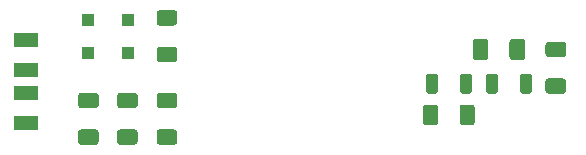
<source format=gbr>
%TF.GenerationSoftware,KiCad,Pcbnew,(5.1.10)-1*%
%TF.CreationDate,2022-01-25T20:11:50-05:00*%
%TF.ProjectId,ISP_Arduino,4953505f-4172-4647-9569-6e6f2e6b6963,rev?*%
%TF.SameCoordinates,Original*%
%TF.FileFunction,Paste,Top*%
%TF.FilePolarity,Positive*%
%FSLAX46Y46*%
G04 Gerber Fmt 4.6, Leading zero omitted, Abs format (unit mm)*
G04 Created by KiCad (PCBNEW (5.1.10)-1) date 2022-01-25 20:11:50*
%MOMM*%
%LPD*%
G01*
G04 APERTURE LIST*
%ADD10R,1.100000X1.100000*%
%ADD11R,2.000000X1.200000*%
G04 APERTURE END LIST*
D10*
%TO.C,D2*%
X123800000Y-83850000D03*
X123800000Y-86650000D03*
%TD*%
%TO.C,D1*%
X127150000Y-83850000D03*
X127150000Y-86650000D03*
%TD*%
%TO.C,R6*%
G36*
G01*
X153425000Y-91300000D02*
X153425000Y-92550000D01*
G75*
G02*
X153175000Y-92800000I-250000J0D01*
G01*
X152375000Y-92800000D01*
G75*
G02*
X152125000Y-92550000I0J250000D01*
G01*
X152125000Y-91300000D01*
G75*
G02*
X152375000Y-91050000I250000J0D01*
G01*
X153175000Y-91050000D01*
G75*
G02*
X153425000Y-91300000I0J-250000D01*
G01*
G37*
G36*
G01*
X156525000Y-91300000D02*
X156525000Y-92550000D01*
G75*
G02*
X156275000Y-92800000I-250000J0D01*
G01*
X155475000Y-92800000D01*
G75*
G02*
X155225000Y-92550000I0J250000D01*
G01*
X155225000Y-91300000D01*
G75*
G02*
X155475000Y-91050000I250000J0D01*
G01*
X156275000Y-91050000D01*
G75*
G02*
X156525000Y-91300000I0J-250000D01*
G01*
G37*
%TD*%
%TO.C,R5*%
G36*
G01*
X164000000Y-87025000D02*
X162750000Y-87025000D01*
G75*
G02*
X162500000Y-86775000I0J250000D01*
G01*
X162500000Y-85975000D01*
G75*
G02*
X162750000Y-85725000I250000J0D01*
G01*
X164000000Y-85725000D01*
G75*
G02*
X164250000Y-85975000I0J-250000D01*
G01*
X164250000Y-86775000D01*
G75*
G02*
X164000000Y-87025000I-250000J0D01*
G01*
G37*
G36*
G01*
X164000000Y-90125000D02*
X162750000Y-90125000D01*
G75*
G02*
X162500000Y-89875000I0J250000D01*
G01*
X162500000Y-89075000D01*
G75*
G02*
X162750000Y-88825000I250000J0D01*
G01*
X164000000Y-88825000D01*
G75*
G02*
X164250000Y-89075000I0J-250000D01*
G01*
X164250000Y-89875000D01*
G75*
G02*
X164000000Y-90125000I-250000J0D01*
G01*
G37*
%TD*%
%TO.C,R4*%
G36*
G01*
X131075000Y-91350000D02*
X129825000Y-91350000D01*
G75*
G02*
X129575000Y-91100000I0J250000D01*
G01*
X129575000Y-90300000D01*
G75*
G02*
X129825000Y-90050000I250000J0D01*
G01*
X131075000Y-90050000D01*
G75*
G02*
X131325000Y-90300000I0J-250000D01*
G01*
X131325000Y-91100000D01*
G75*
G02*
X131075000Y-91350000I-250000J0D01*
G01*
G37*
G36*
G01*
X131075000Y-94450000D02*
X129825000Y-94450000D01*
G75*
G02*
X129575000Y-94200000I0J250000D01*
G01*
X129575000Y-93400000D01*
G75*
G02*
X129825000Y-93150000I250000J0D01*
G01*
X131075000Y-93150000D01*
G75*
G02*
X131325000Y-93400000I0J-250000D01*
G01*
X131325000Y-94200000D01*
G75*
G02*
X131075000Y-94450000I-250000J0D01*
G01*
G37*
%TD*%
%TO.C,R3*%
G36*
G01*
X129825000Y-86150000D02*
X131075000Y-86150000D01*
G75*
G02*
X131325000Y-86400000I0J-250000D01*
G01*
X131325000Y-87200000D01*
G75*
G02*
X131075000Y-87450000I-250000J0D01*
G01*
X129825000Y-87450000D01*
G75*
G02*
X129575000Y-87200000I0J250000D01*
G01*
X129575000Y-86400000D01*
G75*
G02*
X129825000Y-86150000I250000J0D01*
G01*
G37*
G36*
G01*
X129825000Y-83050000D02*
X131075000Y-83050000D01*
G75*
G02*
X131325000Y-83300000I0J-250000D01*
G01*
X131325000Y-84100000D01*
G75*
G02*
X131075000Y-84350000I-250000J0D01*
G01*
X129825000Y-84350000D01*
G75*
G02*
X129575000Y-84100000I0J250000D01*
G01*
X129575000Y-83300000D01*
G75*
G02*
X129825000Y-83050000I250000J0D01*
G01*
G37*
%TD*%
%TO.C,R2*%
G36*
G01*
X127725000Y-91350000D02*
X126475000Y-91350000D01*
G75*
G02*
X126225000Y-91100000I0J250000D01*
G01*
X126225000Y-90300000D01*
G75*
G02*
X126475000Y-90050000I250000J0D01*
G01*
X127725000Y-90050000D01*
G75*
G02*
X127975000Y-90300000I0J-250000D01*
G01*
X127975000Y-91100000D01*
G75*
G02*
X127725000Y-91350000I-250000J0D01*
G01*
G37*
G36*
G01*
X127725000Y-94450000D02*
X126475000Y-94450000D01*
G75*
G02*
X126225000Y-94200000I0J250000D01*
G01*
X126225000Y-93400000D01*
G75*
G02*
X126475000Y-93150000I250000J0D01*
G01*
X127725000Y-93150000D01*
G75*
G02*
X127975000Y-93400000I0J-250000D01*
G01*
X127975000Y-94200000D01*
G75*
G02*
X127725000Y-94450000I-250000J0D01*
G01*
G37*
%TD*%
%TO.C,R1*%
G36*
G01*
X124425000Y-91350000D02*
X123175000Y-91350000D01*
G75*
G02*
X122925000Y-91100000I0J250000D01*
G01*
X122925000Y-90300000D01*
G75*
G02*
X123175000Y-90050000I250000J0D01*
G01*
X124425000Y-90050000D01*
G75*
G02*
X124675000Y-90300000I0J-250000D01*
G01*
X124675000Y-91100000D01*
G75*
G02*
X124425000Y-91350000I-250000J0D01*
G01*
G37*
G36*
G01*
X124425000Y-94450000D02*
X123175000Y-94450000D01*
G75*
G02*
X122925000Y-94200000I0J250000D01*
G01*
X122925000Y-93400000D01*
G75*
G02*
X123175000Y-93150000I250000J0D01*
G01*
X124425000Y-93150000D01*
G75*
G02*
X124675000Y-93400000I0J-250000D01*
G01*
X124675000Y-94200000D01*
G75*
G02*
X124425000Y-94450000I-250000J0D01*
G01*
G37*
%TD*%
D11*
%TO.C,J1*%
X118500000Y-85600000D03*
X118500000Y-92600000D03*
X118500000Y-88100000D03*
X118500000Y-90100000D03*
%TD*%
%TO.C,D4*%
G36*
G01*
X153365000Y-88581600D02*
X153365000Y-89968400D01*
G75*
G02*
X153198400Y-90135000I-166600J0D01*
G01*
X152551600Y-90135000D01*
G75*
G02*
X152385000Y-89968400I0J166600D01*
G01*
X152385000Y-88581600D01*
G75*
G02*
X152551600Y-88415000I166600J0D01*
G01*
X153198400Y-88415000D01*
G75*
G02*
X153365000Y-88581600I0J-166600D01*
G01*
G37*
G36*
G01*
X156285000Y-88581600D02*
X156285000Y-89968400D01*
G75*
G02*
X156118400Y-90135000I-166600J0D01*
G01*
X155471600Y-90135000D01*
G75*
G02*
X155305000Y-89968400I0J166600D01*
G01*
X155305000Y-88581600D01*
G75*
G02*
X155471600Y-88415000I166600J0D01*
G01*
X156118400Y-88415000D01*
G75*
G02*
X156285000Y-88581600I0J-166600D01*
G01*
G37*
%TD*%
%TO.C,D3*%
G36*
G01*
X158440000Y-88581600D02*
X158440000Y-89968400D01*
G75*
G02*
X158273400Y-90135000I-166600J0D01*
G01*
X157626600Y-90135000D01*
G75*
G02*
X157460000Y-89968400I0J166600D01*
G01*
X157460000Y-88581600D01*
G75*
G02*
X157626600Y-88415000I166600J0D01*
G01*
X158273400Y-88415000D01*
G75*
G02*
X158440000Y-88581600I0J-166600D01*
G01*
G37*
G36*
G01*
X161360000Y-88581600D02*
X161360000Y-89968400D01*
G75*
G02*
X161193400Y-90135000I-166600J0D01*
G01*
X160546600Y-90135000D01*
G75*
G02*
X160380000Y-89968400I0J166600D01*
G01*
X160380000Y-88581600D01*
G75*
G02*
X160546600Y-88415000I166600J0D01*
G01*
X161193400Y-88415000D01*
G75*
G02*
X161360000Y-88581600I0J-166600D01*
G01*
G37*
%TD*%
%TO.C,C1*%
G36*
G01*
X159450000Y-87025001D02*
X159450000Y-85724999D01*
G75*
G02*
X159699999Y-85475000I249999J0D01*
G01*
X160525001Y-85475000D01*
G75*
G02*
X160775000Y-85724999I0J-249999D01*
G01*
X160775000Y-87025001D01*
G75*
G02*
X160525001Y-87275000I-249999J0D01*
G01*
X159699999Y-87275000D01*
G75*
G02*
X159450000Y-87025001I0J249999D01*
G01*
G37*
G36*
G01*
X156325000Y-87025001D02*
X156325000Y-85724999D01*
G75*
G02*
X156574999Y-85475000I249999J0D01*
G01*
X157400001Y-85475000D01*
G75*
G02*
X157650000Y-85724999I0J-249999D01*
G01*
X157650000Y-87025001D01*
G75*
G02*
X157400001Y-87275000I-249999J0D01*
G01*
X156574999Y-87275000D01*
G75*
G02*
X156325000Y-87025001I0J249999D01*
G01*
G37*
%TD*%
M02*

</source>
